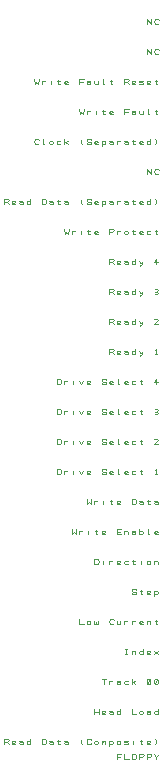
<source format=gbr>
G04 DesignSpark PCB Gerber Version 10.0 Build 5299*
%FSLAX35Y35*%
%MOIN*%
%ADD72C,0.00100*%
X0Y0D02*
D02*
D72*
X55250Y5719D02*
Y7594D01*
X56813D01*
X56500Y6656D02*
X55250D01*
X57750Y7594D02*
Y5719D01*
X59313D01*
X60250Y6344D02*
Y6969D01*
X60406Y7281D01*
X60563Y7437D01*
X60875Y7594D01*
X61187D01*
X61500Y7437D01*
X61656Y7281D01*
X61813Y6969D01*
Y6344D01*
X61656Y6031D01*
X61500Y5875D01*
X61187Y5719D01*
X60875D01*
X60563Y5875D01*
X60406Y6031D01*
X60250Y6344D01*
X62750Y5719D02*
Y7594D01*
X63844D01*
X64156Y7437D01*
X64313Y7125D01*
X64156Y6813D01*
X63844Y6656D01*
X62750D01*
X65250Y5719D02*
Y7594D01*
X66344D01*
X66656Y7437D01*
X66813Y7125D01*
X66656Y6813D01*
X66344Y6656D01*
X65250D01*
X68531Y5719D02*
Y6656D01*
X67750Y7594D01*
X68531Y6656D02*
X69313Y7594D01*
X17750Y10719D02*
Y12594D01*
X18844D01*
X19156Y12437D01*
X19313Y12125D01*
X19156Y11813D01*
X18844Y11656D01*
X17750D01*
X18844D02*
X19313Y10719D01*
X21500Y10875D02*
X21344Y10719D01*
X21031D01*
X20719D01*
X20406Y10875D01*
X20250Y11187D01*
Y11656D01*
X20406Y11813D01*
X20719Y11969D01*
X21031D01*
X21344Y11813D01*
X21500Y11656D01*
Y11500D01*
X21344Y11344D01*
X21031Y11187D01*
X20719D01*
X20406Y11344D01*
X20250Y11500D01*
X22750Y11813D02*
X23063Y11969D01*
X23531D01*
X23844Y11813D01*
X24000Y11500D01*
Y11031D01*
X23844Y10875D01*
X23531Y10719D01*
X23219D01*
X22906Y10875D01*
X22750Y11031D01*
Y11187D01*
X22906Y11344D01*
X23219Y11500D01*
X23531D01*
X23844Y11344D01*
X24000Y11187D01*
Y11031D02*
Y10719D01*
X26500Y11500D02*
X26344Y11813D01*
X26031Y11969D01*
X25719D01*
X25406Y11813D01*
X25250Y11500D01*
Y11187D01*
X25406Y10875D01*
X25719Y10719D01*
X26031D01*
X26344Y10875D01*
X26500Y11187D01*
Y10719D02*
Y12594D01*
X30250Y10719D02*
Y12594D01*
X31187D01*
X31500Y12437D01*
X31656Y12281D01*
X31813Y11969D01*
Y11344D01*
X31656Y11031D01*
X31500Y10875D01*
X31187Y10719D01*
X30250D01*
X32750Y11813D02*
X33063Y11969D01*
X33531D01*
X33844Y11813D01*
X34000Y11500D01*
Y11031D01*
X33844Y10875D01*
X33531Y10719D01*
X33219D01*
X32906Y10875D01*
X32750Y11031D01*
Y11187D01*
X32906Y11344D01*
X33219Y11500D01*
X33531D01*
X33844Y11344D01*
X34000Y11187D01*
Y11031D02*
Y10719D01*
X35510Y11969D02*
X36240D01*
X35875Y12281D02*
Y10875D01*
X36031Y10719D01*
X36187D01*
X36344Y10875D01*
X37750Y11813D02*
X38063Y11969D01*
X38531D01*
X38844Y11813D01*
X39000Y11500D01*
Y11031D01*
X38844Y10875D01*
X38531Y10719D01*
X38219D01*
X37906Y10875D01*
X37750Y11031D01*
Y11187D01*
X37906Y11344D01*
X38219Y11500D01*
X38531D01*
X38844Y11344D01*
X39000Y11187D01*
Y11031D02*
Y10719D01*
X43844D02*
X43531Y11187D01*
Y12281D01*
X43844Y12594D01*
X46813Y11031D02*
X46656Y10875D01*
X46344Y10719D01*
X45875D01*
X45563Y10875D01*
X45406Y11031D01*
X45250Y11344D01*
Y11969D01*
X45406Y12281D01*
X45563Y12437D01*
X45875Y12594D01*
X46344D01*
X46656Y12437D01*
X46813Y12281D01*
X47750Y11187D02*
X47906Y10875D01*
X48219Y10719D01*
X48531D01*
X48844Y10875D01*
X49000Y11187D01*
Y11500D01*
X48844Y11813D01*
X48531Y11969D01*
X48219D01*
X47906Y11813D01*
X47750Y11500D01*
Y11187D01*
X50250Y10719D02*
Y11969D01*
Y11813D02*
X50406Y11969D01*
X50719D01*
X50875Y11813D01*
Y11344D01*
Y11813D02*
X51031Y11969D01*
X51344D01*
X51500Y11813D01*
Y10719D01*
X52750Y11969D02*
Y10250D01*
Y11187D02*
X52906Y10875D01*
X53219Y10719D01*
X53531D01*
X53844Y10875D01*
X54000Y11187D01*
Y11500D01*
X53844Y11813D01*
X53531Y11969D01*
X53219D01*
X52906Y11813D01*
X52750Y11500D01*
Y11187D01*
X55250D02*
X55406Y10875D01*
X55719Y10719D01*
X56031D01*
X56344Y10875D01*
X56500Y11187D01*
Y11500D01*
X56344Y11813D01*
X56031Y11969D01*
X55719D01*
X55406Y11813D01*
X55250Y11500D01*
Y11187D01*
X57750Y10875D02*
X58063Y10719D01*
X58687D01*
X59000Y10875D01*
Y11187D01*
X58687Y11344D01*
X58063D01*
X57750Y11500D01*
Y11813D01*
X58063Y11969D01*
X58687D01*
X59000Y11813D01*
X60875Y10719D02*
Y11969D01*
Y12437D02*
X63010Y11969D02*
X63740D01*
X63375Y12281D02*
Y10875D01*
X63531Y10719D01*
X63687D01*
X63844Y10875D01*
X66500D02*
X66344Y10719D01*
X66031D01*
X65719D01*
X65406Y10875D01*
X65250Y11187D01*
Y11656D01*
X65406Y11813D01*
X65719Y11969D01*
X66031D01*
X66344Y11813D01*
X66500Y11656D01*
Y11500D01*
X66344Y11344D01*
X66031Y11187D01*
X65719D01*
X65406Y11344D01*
X65250Y11500D01*
X68219Y10719D02*
X68531Y11187D01*
Y12281D01*
X68219Y12594D01*
X47750Y20719D02*
Y22594D01*
Y21656D02*
X49313D01*
Y20719D02*
Y22594D01*
X51500Y20875D02*
X51344Y20719D01*
X51031D01*
X50719D01*
X50406Y20875D01*
X50250Y21187D01*
Y21656D01*
X50406Y21813D01*
X50719Y21969D01*
X51031D01*
X51344Y21813D01*
X51500Y21656D01*
Y21500D01*
X51344Y21344D01*
X51031Y21187D01*
X50719D01*
X50406Y21344D01*
X50250Y21500D01*
X52750Y21813D02*
X53063Y21969D01*
X53531D01*
X53844Y21813D01*
X54000Y21500D01*
Y21031D01*
X53844Y20875D01*
X53531Y20719D01*
X53219D01*
X52906Y20875D01*
X52750Y21031D01*
Y21187D01*
X52906Y21344D01*
X53219Y21500D01*
X53531D01*
X53844Y21344D01*
X54000Y21187D01*
Y21031D02*
Y20719D01*
X56500Y21500D02*
X56344Y21813D01*
X56031Y21969D01*
X55719D01*
X55406Y21813D01*
X55250Y21500D01*
Y21187D01*
X55406Y20875D01*
X55719Y20719D01*
X56031D01*
X56344Y20875D01*
X56500Y21187D01*
Y20719D02*
Y22594D01*
X60250D02*
Y20719D01*
X61813D01*
X62750Y21187D02*
X62906Y20875D01*
X63219Y20719D01*
X63531D01*
X63844Y20875D01*
X64000Y21187D01*
Y21500D01*
X63844Y21813D01*
X63531Y21969D01*
X63219D01*
X62906Y21813D01*
X62750Y21500D01*
Y21187D01*
X65250Y21813D02*
X65563Y21969D01*
X66031D01*
X66344Y21813D01*
X66500Y21500D01*
Y21031D01*
X66344Y20875D01*
X66031Y20719D01*
X65719D01*
X65406Y20875D01*
X65250Y21031D01*
Y21187D01*
X65406Y21344D01*
X65719Y21500D01*
X66031D01*
X66344Y21344D01*
X66500Y21187D01*
Y21031D02*
Y20719D01*
X69000Y21500D02*
X68844Y21813D01*
X68531Y21969D01*
X68219D01*
X67906Y21813D01*
X67750Y21500D01*
Y21187D01*
X67906Y20875D01*
X68219Y20719D01*
X68531D01*
X68844Y20875D01*
X69000Y21187D01*
Y20719D02*
Y22594D01*
X51031Y30719D02*
Y32594D01*
X50250D02*
X51813D01*
X52750Y30719D02*
Y31969D01*
Y31500D02*
X52906Y31813D01*
X53219Y31969D01*
X53531D01*
X53844Y31813D01*
X55250D02*
X55563Y31969D01*
X56031D01*
X56344Y31813D01*
X56500Y31500D01*
Y31031D01*
X56344Y30875D01*
X56031Y30719D01*
X55719D01*
X55406Y30875D01*
X55250Y31031D01*
Y31187D01*
X55406Y31344D01*
X55719Y31500D01*
X56031D01*
X56344Y31344D01*
X56500Y31187D01*
Y31031D02*
Y30719D01*
X59000Y31813D02*
X58687Y31969D01*
X58219D01*
X57906Y31813D01*
X57750Y31500D01*
Y31187D01*
X57906Y30875D01*
X58219Y30719D01*
X58687D01*
X59000Y30875D01*
X60250Y30719D02*
Y32594D01*
Y31344D02*
X60719D01*
X61500Y31969D01*
X60719Y31344D02*
X61500Y30719D01*
X65406Y30875D02*
X65719Y30719D01*
X66031D01*
X66344Y30875D01*
X66500Y31187D01*
Y32125D01*
X66344Y32437D01*
X66031Y32594D01*
X65719D01*
X65406Y32437D01*
X65250Y32125D01*
Y31187D01*
X65406Y30875D01*
X66344Y32437D01*
X67906Y30875D02*
X68219Y30719D01*
X68531D01*
X68844Y30875D01*
X69000Y31187D01*
Y32125D01*
X68844Y32437D01*
X68531Y32594D01*
X68219D01*
X67906Y32437D01*
X67750Y32125D01*
Y31187D01*
X67906Y30875D01*
X68844Y32437D01*
X58219Y40719D02*
X58844D01*
X58531D02*
Y42594D01*
X58219D02*
X58844D01*
X60250Y40719D02*
Y41969D01*
Y41500D02*
X60406Y41813D01*
X60719Y41969D01*
X61031D01*
X61344Y41813D01*
X61500Y41500D01*
Y40719D01*
X64000Y41500D02*
X63844Y41813D01*
X63531Y41969D01*
X63219D01*
X62906Y41813D01*
X62750Y41500D01*
Y41187D01*
X62906Y40875D01*
X63219Y40719D01*
X63531D01*
X63844Y40875D01*
X64000Y41187D01*
Y40719D02*
Y42594D01*
X66500Y40875D02*
X66344Y40719D01*
X66031D01*
X65719D01*
X65406Y40875D01*
X65250Y41187D01*
Y41656D01*
X65406Y41813D01*
X65719Y41969D01*
X66031D01*
X66344Y41813D01*
X66500Y41656D01*
Y41500D01*
X66344Y41344D01*
X66031Y41187D01*
X65719D01*
X65406Y41344D01*
X65250Y41500D01*
X67750Y40719D02*
X69000Y41969D01*
Y40719D02*
X67750Y41969D01*
X42750Y52594D02*
Y50719D01*
X44313D01*
X45250Y51187D02*
X45406Y50875D01*
X45719Y50719D01*
X46031D01*
X46344Y50875D01*
X46500Y51187D01*
Y51500D01*
X46344Y51813D01*
X46031Y51969D01*
X45719D01*
X45406Y51813D01*
X45250Y51500D01*
Y51187D01*
X47750Y51969D02*
Y50875D01*
X47906Y50719D01*
X48219D01*
X48375Y50875D01*
Y51344D01*
Y50875D02*
X48531Y50719D01*
X48844D01*
X49000Y50875D01*
Y51969D01*
X54313Y51031D02*
X54156Y50875D01*
X53844Y50719D01*
X53375D01*
X53063Y50875D01*
X52906Y51031D01*
X52750Y51344D01*
Y51969D01*
X52906Y52281D01*
X53063Y52437D01*
X53375Y52594D01*
X53844D01*
X54156Y52437D01*
X54313Y52281D01*
X55250Y51969D02*
Y51187D01*
X55406Y50875D01*
X55719Y50719D01*
X56031D01*
X56344Y50875D01*
X56500Y51187D01*
Y51969D02*
Y50719D01*
X57750D02*
Y51969D01*
Y51500D02*
X57906Y51813D01*
X58219Y51969D01*
X58531D01*
X58844Y51813D01*
X60250Y50719D02*
Y51969D01*
Y51500D02*
X60406Y51813D01*
X60719Y51969D01*
X61031D01*
X61344Y51813D01*
X64000Y50875D02*
X63844Y50719D01*
X63531D01*
X63219D01*
X62906Y50875D01*
X62750Y51187D01*
Y51656D01*
X62906Y51813D01*
X63219Y51969D01*
X63531D01*
X63844Y51813D01*
X64000Y51656D01*
Y51500D01*
X63844Y51344D01*
X63531Y51187D01*
X63219D01*
X62906Y51344D01*
X62750Y51500D01*
X65250Y50719D02*
Y51969D01*
Y51500D02*
X65406Y51813D01*
X65719Y51969D01*
X66031D01*
X66344Y51813D01*
X66500Y51500D01*
Y50719D01*
X68010Y51969D02*
X68740D01*
X68375Y52281D02*
Y50875D01*
X68531Y50719D01*
X68687D01*
X68844Y50875D01*
X60250Y61187D02*
X60406Y60875D01*
X60719Y60719D01*
X61344D01*
X61656Y60875D01*
X61813Y61187D01*
X61656Y61500D01*
X61344Y61656D01*
X60719D01*
X60406Y61813D01*
X60250Y62125D01*
X60406Y62437D01*
X60719Y62594D01*
X61344D01*
X61656Y62437D01*
X61813Y62125D01*
X63010Y61969D02*
X63740D01*
X63375Y62281D02*
Y60875D01*
X63531Y60719D01*
X63687D01*
X63844Y60875D01*
X66500D02*
X66344Y60719D01*
X66031D01*
X65719D01*
X65406Y60875D01*
X65250Y61187D01*
Y61656D01*
X65406Y61813D01*
X65719Y61969D01*
X66031D01*
X66344Y61813D01*
X66500Y61656D01*
Y61500D01*
X66344Y61344D01*
X66031Y61187D01*
X65719D01*
X65406Y61344D01*
X65250Y61500D01*
X67750Y61969D02*
Y60250D01*
Y61187D02*
X67906Y60875D01*
X68219Y60719D01*
X68531D01*
X68844Y60875D01*
X69000Y61187D01*
Y61500D01*
X68844Y61813D01*
X68531Y61969D01*
X68219D01*
X67906Y61813D01*
X67750Y61500D01*
Y61187D01*
X47750Y70719D02*
Y72594D01*
X48687D01*
X49000Y72437D01*
X49156Y72281D01*
X49313Y71969D01*
Y71344D01*
X49156Y71031D01*
X49000Y70875D01*
X48687Y70719D01*
X47750D01*
X50875D02*
Y71969D01*
Y72437D02*
X52750Y70719D02*
Y71969D01*
Y71500D02*
X52906Y71813D01*
X53219Y71969D01*
X53531D01*
X53844Y71813D01*
X56500Y70875D02*
X56344Y70719D01*
X56031D01*
X55719D01*
X55406Y70875D01*
X55250Y71187D01*
Y71656D01*
X55406Y71813D01*
X55719Y71969D01*
X56031D01*
X56344Y71813D01*
X56500Y71656D01*
Y71500D01*
X56344Y71344D01*
X56031Y71187D01*
X55719D01*
X55406Y71344D01*
X55250Y71500D01*
X59000Y71813D02*
X58687Y71969D01*
X58219D01*
X57906Y71813D01*
X57750Y71500D01*
Y71187D01*
X57906Y70875D01*
X58219Y70719D01*
X58687D01*
X59000Y70875D01*
X60510Y71969D02*
X61240D01*
X60875Y72281D02*
Y70875D01*
X61031Y70719D01*
X61187D01*
X61344Y70875D01*
X63375Y70719D02*
Y71969D01*
Y72437D02*
X65250Y71187D02*
X65406Y70875D01*
X65719Y70719D01*
X66031D01*
X66344Y70875D01*
X66500Y71187D01*
Y71500D01*
X66344Y71813D01*
X66031Y71969D01*
X65719D01*
X65406Y71813D01*
X65250Y71500D01*
Y71187D01*
X67750Y70719D02*
Y71969D01*
Y71500D02*
X67906Y71813D01*
X68219Y71969D01*
X68531D01*
X68844Y71813D01*
X69000Y71500D01*
Y70719D01*
X40250Y82594D02*
X40406Y80719D01*
X41031Y81656D01*
X41656Y80719D01*
X41813Y82594D01*
X42750Y80719D02*
Y81969D01*
Y81500D02*
X42906Y81813D01*
X43219Y81969D01*
X43531D01*
X43844Y81813D01*
X45875Y80719D02*
Y81969D01*
Y82437D02*
X48010Y81969D02*
X48740D01*
X48375Y82281D02*
Y80875D01*
X48531Y80719D01*
X48687D01*
X48844Y80875D01*
X51500D02*
X51344Y80719D01*
X51031D01*
X50719D01*
X50406Y80875D01*
X50250Y81187D01*
Y81656D01*
X50406Y81813D01*
X50719Y81969D01*
X51031D01*
X51344Y81813D01*
X51500Y81656D01*
Y81500D01*
X51344Y81344D01*
X51031Y81187D01*
X50719D01*
X50406Y81344D01*
X50250Y81500D01*
X55250Y80719D02*
Y82594D01*
X56813D01*
X56500Y81656D02*
X55250D01*
Y80719D02*
X56813D01*
X57750D02*
Y81969D01*
Y81500D02*
X57906Y81813D01*
X58219Y81969D01*
X58531D01*
X58844Y81813D01*
X59000Y81500D01*
Y80719D01*
X60250Y81813D02*
X60563Y81969D01*
X61031D01*
X61344Y81813D01*
X61500Y81500D01*
Y81031D01*
X61344Y80875D01*
X61031Y80719D01*
X60719D01*
X60406Y80875D01*
X60250Y81031D01*
Y81187D01*
X60406Y81344D01*
X60719Y81500D01*
X61031D01*
X61344Y81344D01*
X61500Y81187D01*
Y81031D02*
Y80719D01*
X62750Y81187D02*
X62906Y80875D01*
X63219Y80719D01*
X63531D01*
X63844Y80875D01*
X64000Y81187D01*
Y81500D01*
X63844Y81813D01*
X63531Y81969D01*
X63219D01*
X62906Y81813D01*
X62750Y81500D01*
Y80719D02*
Y82594D01*
X66031Y80719D02*
X65875D01*
Y82594D01*
X69000Y80875D02*
X68844Y80719D01*
X68531D01*
X68219D01*
X67906Y80875D01*
X67750Y81187D01*
Y81656D01*
X67906Y81813D01*
X68219Y81969D01*
X68531D01*
X68844Y81813D01*
X69000Y81656D01*
Y81500D01*
X68844Y81344D01*
X68531Y81187D01*
X68219D01*
X67906Y81344D01*
X67750Y81500D01*
X45250Y92594D02*
X45406Y90719D01*
X46031Y91656D01*
X46656Y90719D01*
X46813Y92594D01*
X47750Y90719D02*
Y91969D01*
Y91500D02*
X47906Y91813D01*
X48219Y91969D01*
X48531D01*
X48844Y91813D01*
X50875Y90719D02*
Y91969D01*
Y92437D02*
X53010Y91969D02*
X53740D01*
X53375Y92281D02*
Y90875D01*
X53531Y90719D01*
X53687D01*
X53844Y90875D01*
X56500D02*
X56344Y90719D01*
X56031D01*
X55719D01*
X55406Y90875D01*
X55250Y91187D01*
Y91656D01*
X55406Y91813D01*
X55719Y91969D01*
X56031D01*
X56344Y91813D01*
X56500Y91656D01*
Y91500D01*
X56344Y91344D01*
X56031Y91187D01*
X55719D01*
X55406Y91344D01*
X55250Y91500D01*
X60250Y90719D02*
Y92594D01*
X61187D01*
X61500Y92437D01*
X61656Y92281D01*
X61813Y91969D01*
Y91344D01*
X61656Y91031D01*
X61500Y90875D01*
X61187Y90719D01*
X60250D01*
X62750Y91813D02*
X63063Y91969D01*
X63531D01*
X63844Y91813D01*
X64000Y91500D01*
Y91031D01*
X63844Y90875D01*
X63531Y90719D01*
X63219D01*
X62906Y90875D01*
X62750Y91031D01*
Y91187D01*
X62906Y91344D01*
X63219Y91500D01*
X63531D01*
X63844Y91344D01*
X64000Y91187D01*
Y91031D02*
Y90719D01*
X65510Y91969D02*
X66240D01*
X65875Y92281D02*
Y90875D01*
X66031Y90719D01*
X66187D01*
X66344Y90875D01*
X67750Y91813D02*
X68063Y91969D01*
X68531D01*
X68844Y91813D01*
X69000Y91500D01*
Y91031D01*
X68844Y90875D01*
X68531Y90719D01*
X68219D01*
X67906Y90875D01*
X67750Y91031D01*
Y91187D01*
X67906Y91344D01*
X68219Y91500D01*
X68531D01*
X68844Y91344D01*
X69000Y91187D01*
Y91031D02*
Y90719D01*
X35250Y100719D02*
Y102594D01*
X36187D01*
X36500Y102437D01*
X36656Y102281D01*
X36813Y101969D01*
Y101344D01*
X36656Y101031D01*
X36500Y100875D01*
X36187Y100719D01*
X35250D01*
X37750D02*
Y101969D01*
Y101500D02*
X37906Y101813D01*
X38219Y101969D01*
X38531D01*
X38844Y101813D01*
X40875Y100719D02*
Y101969D01*
Y102437D02*
X42750Y101969D02*
X43375Y100719D01*
X44000Y101969D01*
X46500Y100875D02*
X46344Y100719D01*
X46031D01*
X45719D01*
X45406Y100875D01*
X45250Y101187D01*
Y101656D01*
X45406Y101813D01*
X45719Y101969D01*
X46031D01*
X46344Y101813D01*
X46500Y101656D01*
Y101500D01*
X46344Y101344D01*
X46031Y101187D01*
X45719D01*
X45406Y101344D01*
X45250Y101500D01*
X50250Y101187D02*
X50406Y100875D01*
X50719Y100719D01*
X51344D01*
X51656Y100875D01*
X51813Y101187D01*
X51656Y101500D01*
X51344Y101656D01*
X50719D01*
X50406Y101813D01*
X50250Y102125D01*
X50406Y102437D01*
X50719Y102594D01*
X51344D01*
X51656Y102437D01*
X51813Y102125D01*
X54000Y100875D02*
X53844Y100719D01*
X53531D01*
X53219D01*
X52906Y100875D01*
X52750Y101187D01*
Y101656D01*
X52906Y101813D01*
X53219Y101969D01*
X53531D01*
X53844Y101813D01*
X54000Y101656D01*
Y101500D01*
X53844Y101344D01*
X53531Y101187D01*
X53219D01*
X52906Y101344D01*
X52750Y101500D01*
X56031Y100719D02*
X55875D01*
Y102594D01*
X59000Y100875D02*
X58844Y100719D01*
X58531D01*
X58219D01*
X57906Y100875D01*
X57750Y101187D01*
Y101656D01*
X57906Y101813D01*
X58219Y101969D01*
X58531D01*
X58844Y101813D01*
X59000Y101656D01*
Y101500D01*
X58844Y101344D01*
X58531Y101187D01*
X58219D01*
X57906Y101344D01*
X57750Y101500D01*
X61500Y101813D02*
X61187Y101969D01*
X60719D01*
X60406Y101813D01*
X60250Y101500D01*
Y101187D01*
X60406Y100875D01*
X60719Y100719D01*
X61187D01*
X61500Y100875D01*
X63010Y101969D02*
X63740D01*
X63375Y102281D02*
Y100875D01*
X63531Y100719D01*
X63687D01*
X63844Y100875D01*
X68063Y100719D02*
X68687D01*
X68375D02*
Y102594D01*
X68063Y102281D01*
X35250Y110719D02*
Y112594D01*
X36187D01*
X36500Y112437D01*
X36656Y112281D01*
X36813Y111969D01*
Y111344D01*
X36656Y111031D01*
X36500Y110875D01*
X36187Y110719D01*
X35250D01*
X37750D02*
Y111969D01*
Y111500D02*
X37906Y111813D01*
X38219Y111969D01*
X38531D01*
X38844Y111813D01*
X40875Y110719D02*
Y111969D01*
Y112437D02*
X42750Y111969D02*
X43375Y110719D01*
X44000Y111969D01*
X46500Y110875D02*
X46344Y110719D01*
X46031D01*
X45719D01*
X45406Y110875D01*
X45250Y111187D01*
Y111656D01*
X45406Y111813D01*
X45719Y111969D01*
X46031D01*
X46344Y111813D01*
X46500Y111656D01*
Y111500D01*
X46344Y111344D01*
X46031Y111187D01*
X45719D01*
X45406Y111344D01*
X45250Y111500D01*
X50250Y111187D02*
X50406Y110875D01*
X50719Y110719D01*
X51344D01*
X51656Y110875D01*
X51813Y111187D01*
X51656Y111500D01*
X51344Y111656D01*
X50719D01*
X50406Y111813D01*
X50250Y112125D01*
X50406Y112437D01*
X50719Y112594D01*
X51344D01*
X51656Y112437D01*
X51813Y112125D01*
X54000Y110875D02*
X53844Y110719D01*
X53531D01*
X53219D01*
X52906Y110875D01*
X52750Y111187D01*
Y111656D01*
X52906Y111813D01*
X53219Y111969D01*
X53531D01*
X53844Y111813D01*
X54000Y111656D01*
Y111500D01*
X53844Y111344D01*
X53531Y111187D01*
X53219D01*
X52906Y111344D01*
X52750Y111500D01*
X56031Y110719D02*
X55875D01*
Y112594D01*
X59000Y110875D02*
X58844Y110719D01*
X58531D01*
X58219D01*
X57906Y110875D01*
X57750Y111187D01*
Y111656D01*
X57906Y111813D01*
X58219Y111969D01*
X58531D01*
X58844Y111813D01*
X59000Y111656D01*
Y111500D01*
X58844Y111344D01*
X58531Y111187D01*
X58219D01*
X57906Y111344D01*
X57750Y111500D01*
X61500Y111813D02*
X61187Y111969D01*
X60719D01*
X60406Y111813D01*
X60250Y111500D01*
Y111187D01*
X60406Y110875D01*
X60719Y110719D01*
X61187D01*
X61500Y110875D01*
X63010Y111969D02*
X63740D01*
X63375Y112281D02*
Y110875D01*
X63531Y110719D01*
X63687D01*
X63844Y110875D01*
X69000Y110719D02*
X67750D01*
X68844Y111813D01*
X69000Y112125D01*
X68844Y112437D01*
X68531Y112594D01*
X68063D01*
X67750Y112437D01*
X35250Y120719D02*
Y122594D01*
X36187D01*
X36500Y122437D01*
X36656Y122281D01*
X36813Y121969D01*
Y121344D01*
X36656Y121031D01*
X36500Y120875D01*
X36187Y120719D01*
X35250D01*
X37750D02*
Y121969D01*
Y121500D02*
X37906Y121813D01*
X38219Y121969D01*
X38531D01*
X38844Y121813D01*
X40875Y120719D02*
Y121969D01*
Y122437D02*
X42750Y121969D02*
X43375Y120719D01*
X44000Y121969D01*
X46500Y120875D02*
X46344Y120719D01*
X46031D01*
X45719D01*
X45406Y120875D01*
X45250Y121187D01*
Y121656D01*
X45406Y121813D01*
X45719Y121969D01*
X46031D01*
X46344Y121813D01*
X46500Y121656D01*
Y121500D01*
X46344Y121344D01*
X46031Y121187D01*
X45719D01*
X45406Y121344D01*
X45250Y121500D01*
X50250Y121187D02*
X50406Y120875D01*
X50719Y120719D01*
X51344D01*
X51656Y120875D01*
X51813Y121187D01*
X51656Y121500D01*
X51344Y121656D01*
X50719D01*
X50406Y121813D01*
X50250Y122125D01*
X50406Y122437D01*
X50719Y122594D01*
X51344D01*
X51656Y122437D01*
X51813Y122125D01*
X54000Y120875D02*
X53844Y120719D01*
X53531D01*
X53219D01*
X52906Y120875D01*
X52750Y121187D01*
Y121656D01*
X52906Y121813D01*
X53219Y121969D01*
X53531D01*
X53844Y121813D01*
X54000Y121656D01*
Y121500D01*
X53844Y121344D01*
X53531Y121187D01*
X53219D01*
X52906Y121344D01*
X52750Y121500D01*
X56031Y120719D02*
X55875D01*
Y122594D01*
X59000Y120875D02*
X58844Y120719D01*
X58531D01*
X58219D01*
X57906Y120875D01*
X57750Y121187D01*
Y121656D01*
X57906Y121813D01*
X58219Y121969D01*
X58531D01*
X58844Y121813D01*
X59000Y121656D01*
Y121500D01*
X58844Y121344D01*
X58531Y121187D01*
X58219D01*
X57906Y121344D01*
X57750Y121500D01*
X61500Y121813D02*
X61187Y121969D01*
X60719D01*
X60406Y121813D01*
X60250Y121500D01*
Y121187D01*
X60406Y120875D01*
X60719Y120719D01*
X61187D01*
X61500Y120875D01*
X63010Y121969D02*
X63740D01*
X63375Y122281D02*
Y120875D01*
X63531Y120719D01*
X63687D01*
X63844Y120875D01*
X67906D02*
X68219Y120719D01*
X68531D01*
X68844Y120875D01*
X69000Y121187D01*
X68844Y121500D01*
X68531Y121656D01*
X68219D01*
X68531D02*
X68844Y121813D01*
X69000Y122125D01*
X68844Y122437D01*
X68531Y122594D01*
X68219D01*
X67906Y122437D01*
X35250Y130719D02*
Y132594D01*
X36187D01*
X36500Y132437D01*
X36656Y132281D01*
X36813Y131969D01*
Y131344D01*
X36656Y131031D01*
X36500Y130875D01*
X36187Y130719D01*
X35250D01*
X37750D02*
Y131969D01*
Y131500D02*
X37906Y131813D01*
X38219Y131969D01*
X38531D01*
X38844Y131813D01*
X40875Y130719D02*
Y131969D01*
Y132437D02*
X42750Y131969D02*
X43375Y130719D01*
X44000Y131969D01*
X46500Y130875D02*
X46344Y130719D01*
X46031D01*
X45719D01*
X45406Y130875D01*
X45250Y131187D01*
Y131656D01*
X45406Y131813D01*
X45719Y131969D01*
X46031D01*
X46344Y131813D01*
X46500Y131656D01*
Y131500D01*
X46344Y131344D01*
X46031Y131187D01*
X45719D01*
X45406Y131344D01*
X45250Y131500D01*
X50250Y131187D02*
X50406Y130875D01*
X50719Y130719D01*
X51344D01*
X51656Y130875D01*
X51813Y131187D01*
X51656Y131500D01*
X51344Y131656D01*
X50719D01*
X50406Y131813D01*
X50250Y132125D01*
X50406Y132437D01*
X50719Y132594D01*
X51344D01*
X51656Y132437D01*
X51813Y132125D01*
X54000Y130875D02*
X53844Y130719D01*
X53531D01*
X53219D01*
X52906Y130875D01*
X52750Y131187D01*
Y131656D01*
X52906Y131813D01*
X53219Y131969D01*
X53531D01*
X53844Y131813D01*
X54000Y131656D01*
Y131500D01*
X53844Y131344D01*
X53531Y131187D01*
X53219D01*
X52906Y131344D01*
X52750Y131500D01*
X56031Y130719D02*
X55875D01*
Y132594D01*
X59000Y130875D02*
X58844Y130719D01*
X58531D01*
X58219D01*
X57906Y130875D01*
X57750Y131187D01*
Y131656D01*
X57906Y131813D01*
X58219Y131969D01*
X58531D01*
X58844Y131813D01*
X59000Y131656D01*
Y131500D01*
X58844Y131344D01*
X58531Y131187D01*
X58219D01*
X57906Y131344D01*
X57750Y131500D01*
X61500Y131813D02*
X61187Y131969D01*
X60719D01*
X60406Y131813D01*
X60250Y131500D01*
Y131187D01*
X60406Y130875D01*
X60719Y130719D01*
X61187D01*
X61500Y130875D01*
X63010Y131969D02*
X63740D01*
X63375Y132281D02*
Y130875D01*
X63531Y130719D01*
X63687D01*
X63844Y130875D01*
X68531Y130719D02*
Y132594D01*
X67750Y131344D01*
X69000D01*
X52750Y140719D02*
Y142594D01*
X53844D01*
X54156Y142437D01*
X54313Y142125D01*
X54156Y141813D01*
X53844Y141656D01*
X52750D01*
X53844D02*
X54313Y140719D01*
X56500Y140875D02*
X56344Y140719D01*
X56031D01*
X55719D01*
X55406Y140875D01*
X55250Y141187D01*
Y141656D01*
X55406Y141813D01*
X55719Y141969D01*
X56031D01*
X56344Y141813D01*
X56500Y141656D01*
Y141500D01*
X56344Y141344D01*
X56031Y141187D01*
X55719D01*
X55406Y141344D01*
X55250Y141500D01*
X57750Y141813D02*
X58063Y141969D01*
X58531D01*
X58844Y141813D01*
X59000Y141500D01*
Y141031D01*
X58844Y140875D01*
X58531Y140719D01*
X58219D01*
X57906Y140875D01*
X57750Y141031D01*
Y141187D01*
X57906Y141344D01*
X58219Y141500D01*
X58531D01*
X58844Y141344D01*
X59000Y141187D01*
Y141031D02*
Y140719D01*
X61500Y141500D02*
X61344Y141813D01*
X61031Y141969D01*
X60719D01*
X60406Y141813D01*
X60250Y141500D01*
Y141187D01*
X60406Y140875D01*
X60719Y140719D01*
X61031D01*
X61344Y140875D01*
X61500Y141187D01*
Y140719D02*
Y142594D01*
X62750Y141969D02*
X62906Y141344D01*
X63219Y141031D01*
X63531D01*
X63844Y141344D01*
X64000Y141969D01*
X63844Y141344D02*
X63687Y140719D01*
X63531Y140406D01*
X63219Y140250D01*
X62906Y140406D01*
X68063Y140719D02*
X68687D01*
X68375D02*
Y142594D01*
X68063Y142281D01*
X52750Y150719D02*
Y152594D01*
X53844D01*
X54156Y152437D01*
X54313Y152125D01*
X54156Y151813D01*
X53844Y151656D01*
X52750D01*
X53844D02*
X54313Y150719D01*
X56500Y150875D02*
X56344Y150719D01*
X56031D01*
X55719D01*
X55406Y150875D01*
X55250Y151187D01*
Y151656D01*
X55406Y151813D01*
X55719Y151969D01*
X56031D01*
X56344Y151813D01*
X56500Y151656D01*
Y151500D01*
X56344Y151344D01*
X56031Y151187D01*
X55719D01*
X55406Y151344D01*
X55250Y151500D01*
X57750Y151813D02*
X58063Y151969D01*
X58531D01*
X58844Y151813D01*
X59000Y151500D01*
Y151031D01*
X58844Y150875D01*
X58531Y150719D01*
X58219D01*
X57906Y150875D01*
X57750Y151031D01*
Y151187D01*
X57906Y151344D01*
X58219Y151500D01*
X58531D01*
X58844Y151344D01*
X59000Y151187D01*
Y151031D02*
Y150719D01*
X61500Y151500D02*
X61344Y151813D01*
X61031Y151969D01*
X60719D01*
X60406Y151813D01*
X60250Y151500D01*
Y151187D01*
X60406Y150875D01*
X60719Y150719D01*
X61031D01*
X61344Y150875D01*
X61500Y151187D01*
Y150719D02*
Y152594D01*
X62750Y151969D02*
X62906Y151344D01*
X63219Y151031D01*
X63531D01*
X63844Y151344D01*
X64000Y151969D01*
X63844Y151344D02*
X63687Y150719D01*
X63531Y150406D01*
X63219Y150250D01*
X62906Y150406D01*
X69000Y150719D02*
X67750D01*
X68844Y151813D01*
X69000Y152125D01*
X68844Y152437D01*
X68531Y152594D01*
X68063D01*
X67750Y152437D01*
X52750Y160719D02*
Y162594D01*
X53844D01*
X54156Y162437D01*
X54313Y162125D01*
X54156Y161813D01*
X53844Y161656D01*
X52750D01*
X53844D02*
X54313Y160719D01*
X56500Y160875D02*
X56344Y160719D01*
X56031D01*
X55719D01*
X55406Y160875D01*
X55250Y161187D01*
Y161656D01*
X55406Y161813D01*
X55719Y161969D01*
X56031D01*
X56344Y161813D01*
X56500Y161656D01*
Y161500D01*
X56344Y161344D01*
X56031Y161187D01*
X55719D01*
X55406Y161344D01*
X55250Y161500D01*
X57750Y161813D02*
X58063Y161969D01*
X58531D01*
X58844Y161813D01*
X59000Y161500D01*
Y161031D01*
X58844Y160875D01*
X58531Y160719D01*
X58219D01*
X57906Y160875D01*
X57750Y161031D01*
Y161187D01*
X57906Y161344D01*
X58219Y161500D01*
X58531D01*
X58844Y161344D01*
X59000Y161187D01*
Y161031D02*
Y160719D01*
X61500Y161500D02*
X61344Y161813D01*
X61031Y161969D01*
X60719D01*
X60406Y161813D01*
X60250Y161500D01*
Y161187D01*
X60406Y160875D01*
X60719Y160719D01*
X61031D01*
X61344Y160875D01*
X61500Y161187D01*
Y160719D02*
Y162594D01*
X62750Y161969D02*
X62906Y161344D01*
X63219Y161031D01*
X63531D01*
X63844Y161344D01*
X64000Y161969D01*
X63844Y161344D02*
X63687Y160719D01*
X63531Y160406D01*
X63219Y160250D01*
X62906Y160406D01*
X67906Y160875D02*
X68219Y160719D01*
X68531D01*
X68844Y160875D01*
X69000Y161187D01*
X68844Y161500D01*
X68531Y161656D01*
X68219D01*
X68531D02*
X68844Y161813D01*
X69000Y162125D01*
X68844Y162437D01*
X68531Y162594D01*
X68219D01*
X67906Y162437D01*
X52750Y170719D02*
Y172594D01*
X53844D01*
X54156Y172437D01*
X54313Y172125D01*
X54156Y171813D01*
X53844Y171656D01*
X52750D01*
X53844D02*
X54313Y170719D01*
X56500Y170875D02*
X56344Y170719D01*
X56031D01*
X55719D01*
X55406Y170875D01*
X55250Y171187D01*
Y171656D01*
X55406Y171813D01*
X55719Y171969D01*
X56031D01*
X56344Y171813D01*
X56500Y171656D01*
Y171500D01*
X56344Y171344D01*
X56031Y171187D01*
X55719D01*
X55406Y171344D01*
X55250Y171500D01*
X57750Y171813D02*
X58063Y171969D01*
X58531D01*
X58844Y171813D01*
X59000Y171500D01*
Y171031D01*
X58844Y170875D01*
X58531Y170719D01*
X58219D01*
X57906Y170875D01*
X57750Y171031D01*
Y171187D01*
X57906Y171344D01*
X58219Y171500D01*
X58531D01*
X58844Y171344D01*
X59000Y171187D01*
Y171031D02*
Y170719D01*
X61500Y171500D02*
X61344Y171813D01*
X61031Y171969D01*
X60719D01*
X60406Y171813D01*
X60250Y171500D01*
Y171187D01*
X60406Y170875D01*
X60719Y170719D01*
X61031D01*
X61344Y170875D01*
X61500Y171187D01*
Y170719D02*
Y172594D01*
X62750Y171969D02*
X62906Y171344D01*
X63219Y171031D01*
X63531D01*
X63844Y171344D01*
X64000Y171969D01*
X63844Y171344D02*
X63687Y170719D01*
X63531Y170406D01*
X63219Y170250D01*
X62906Y170406D01*
X68531Y170719D02*
Y172594D01*
X67750Y171344D01*
X69000D01*
X37750Y182594D02*
X37906Y180719D01*
X38531Y181656D01*
X39156Y180719D01*
X39313Y182594D01*
X40250Y180719D02*
Y181969D01*
Y181500D02*
X40406Y181813D01*
X40719Y181969D01*
X41031D01*
X41344Y181813D01*
X43375Y180719D02*
Y181969D01*
Y182437D02*
X45510Y181969D02*
X46240D01*
X45875Y182281D02*
Y180875D01*
X46031Y180719D01*
X46187D01*
X46344Y180875D01*
X49000D02*
X48844Y180719D01*
X48531D01*
X48219D01*
X47906Y180875D01*
X47750Y181187D01*
Y181656D01*
X47906Y181813D01*
X48219Y181969D01*
X48531D01*
X48844Y181813D01*
X49000Y181656D01*
Y181500D01*
X48844Y181344D01*
X48531Y181187D01*
X48219D01*
X47906Y181344D01*
X47750Y181500D01*
X52750Y180719D02*
Y182594D01*
X53844D01*
X54156Y182437D01*
X54313Y182125D01*
X54156Y181813D01*
X53844Y181656D01*
X52750D01*
X55250Y180719D02*
Y181969D01*
Y181500D02*
X55406Y181813D01*
X55719Y181969D01*
X56031D01*
X56344Y181813D01*
X57750Y181187D02*
X57906Y180875D01*
X58219Y180719D01*
X58531D01*
X58844Y180875D01*
X59000Y181187D01*
Y181500D01*
X58844Y181813D01*
X58531Y181969D01*
X58219D01*
X57906Y181813D01*
X57750Y181500D01*
Y181187D01*
X60510Y181969D02*
X61240D01*
X60875Y182281D02*
Y180875D01*
X61031Y180719D01*
X61187D01*
X61344Y180875D01*
X64000D02*
X63844Y180719D01*
X63531D01*
X63219D01*
X62906Y180875D01*
X62750Y181187D01*
Y181656D01*
X62906Y181813D01*
X63219Y181969D01*
X63531D01*
X63844Y181813D01*
X64000Y181656D01*
Y181500D01*
X63844Y181344D01*
X63531Y181187D01*
X63219D01*
X62906Y181344D01*
X62750Y181500D01*
X66500Y181813D02*
X66187Y181969D01*
X65719D01*
X65406Y181813D01*
X65250Y181500D01*
Y181187D01*
X65406Y180875D01*
X65719Y180719D01*
X66187D01*
X66500Y180875D01*
X68010Y181969D02*
X68740D01*
X68375Y182281D02*
Y180875D01*
X68531Y180719D01*
X68687D01*
X68844Y180875D01*
X17750Y190719D02*
Y192594D01*
X18844D01*
X19156Y192437D01*
X19313Y192125D01*
X19156Y191813D01*
X18844Y191656D01*
X17750D01*
X18844D02*
X19313Y190719D01*
X21500Y190875D02*
X21344Y190719D01*
X21031D01*
X20719D01*
X20406Y190875D01*
X20250Y191187D01*
Y191656D01*
X20406Y191813D01*
X20719Y191969D01*
X21031D01*
X21344Y191813D01*
X21500Y191656D01*
Y191500D01*
X21344Y191344D01*
X21031Y191187D01*
X20719D01*
X20406Y191344D01*
X20250Y191500D01*
X22750Y191813D02*
X23063Y191969D01*
X23531D01*
X23844Y191813D01*
X24000Y191500D01*
Y191031D01*
X23844Y190875D01*
X23531Y190719D01*
X23219D01*
X22906Y190875D01*
X22750Y191031D01*
Y191187D01*
X22906Y191344D01*
X23219Y191500D01*
X23531D01*
X23844Y191344D01*
X24000Y191187D01*
Y191031D02*
Y190719D01*
X26500Y191500D02*
X26344Y191813D01*
X26031Y191969D01*
X25719D01*
X25406Y191813D01*
X25250Y191500D01*
Y191187D01*
X25406Y190875D01*
X25719Y190719D01*
X26031D01*
X26344Y190875D01*
X26500Y191187D01*
Y190719D02*
Y192594D01*
X30250Y190719D02*
Y192594D01*
X31187D01*
X31500Y192437D01*
X31656Y192281D01*
X31813Y191969D01*
Y191344D01*
X31656Y191031D01*
X31500Y190875D01*
X31187Y190719D01*
X30250D01*
X32750Y191813D02*
X33063Y191969D01*
X33531D01*
X33844Y191813D01*
X34000Y191500D01*
Y191031D01*
X33844Y190875D01*
X33531Y190719D01*
X33219D01*
X32906Y190875D01*
X32750Y191031D01*
Y191187D01*
X32906Y191344D01*
X33219Y191500D01*
X33531D01*
X33844Y191344D01*
X34000Y191187D01*
Y191031D02*
Y190719D01*
X35510Y191969D02*
X36240D01*
X35875Y192281D02*
Y190875D01*
X36031Y190719D01*
X36187D01*
X36344Y190875D01*
X37750Y191813D02*
X38063Y191969D01*
X38531D01*
X38844Y191813D01*
X39000Y191500D01*
Y191031D01*
X38844Y190875D01*
X38531Y190719D01*
X38219D01*
X37906Y190875D01*
X37750Y191031D01*
Y191187D01*
X37906Y191344D01*
X38219Y191500D01*
X38531D01*
X38844Y191344D01*
X39000Y191187D01*
Y191031D02*
Y190719D01*
X43844D02*
X43531Y191187D01*
Y192281D01*
X43844Y192594D01*
X45250Y191187D02*
X45406Y190875D01*
X45719Y190719D01*
X46344D01*
X46656Y190875D01*
X46813Y191187D01*
X46656Y191500D01*
X46344Y191656D01*
X45719D01*
X45406Y191813D01*
X45250Y192125D01*
X45406Y192437D01*
X45719Y192594D01*
X46344D01*
X46656Y192437D01*
X46813Y192125D01*
X49000Y190875D02*
X48844Y190719D01*
X48531D01*
X48219D01*
X47906Y190875D01*
X47750Y191187D01*
Y191656D01*
X47906Y191813D01*
X48219Y191969D01*
X48531D01*
X48844Y191813D01*
X49000Y191656D01*
Y191500D01*
X48844Y191344D01*
X48531Y191187D01*
X48219D01*
X47906Y191344D01*
X47750Y191500D01*
X50250Y191969D02*
Y190250D01*
Y191187D02*
X50406Y190875D01*
X50719Y190719D01*
X51031D01*
X51344Y190875D01*
X51500Y191187D01*
Y191500D01*
X51344Y191813D01*
X51031Y191969D01*
X50719D01*
X50406Y191813D01*
X50250Y191500D01*
Y191187D01*
X52750Y191813D02*
X53063Y191969D01*
X53531D01*
X53844Y191813D01*
X54000Y191500D01*
Y191031D01*
X53844Y190875D01*
X53531Y190719D01*
X53219D01*
X52906Y190875D01*
X52750Y191031D01*
Y191187D01*
X52906Y191344D01*
X53219Y191500D01*
X53531D01*
X53844Y191344D01*
X54000Y191187D01*
Y191031D02*
Y190719D01*
X55250D02*
Y191969D01*
Y191500D02*
X55406Y191813D01*
X55719Y191969D01*
X56031D01*
X56344Y191813D01*
X57750D02*
X58063Y191969D01*
X58531D01*
X58844Y191813D01*
X59000Y191500D01*
Y191031D01*
X58844Y190875D01*
X58531Y190719D01*
X58219D01*
X57906Y190875D01*
X57750Y191031D01*
Y191187D01*
X57906Y191344D01*
X58219Y191500D01*
X58531D01*
X58844Y191344D01*
X59000Y191187D01*
Y191031D02*
Y190719D01*
X60510Y191969D02*
X61240D01*
X60875Y192281D02*
Y190875D01*
X61031Y190719D01*
X61187D01*
X61344Y190875D01*
X64000D02*
X63844Y190719D01*
X63531D01*
X63219D01*
X62906Y190875D01*
X62750Y191187D01*
Y191656D01*
X62906Y191813D01*
X63219Y191969D01*
X63531D01*
X63844Y191813D01*
X64000Y191656D01*
Y191500D01*
X63844Y191344D01*
X63531Y191187D01*
X63219D01*
X62906Y191344D01*
X62750Y191500D01*
X66500D02*
X66344Y191813D01*
X66031Y191969D01*
X65719D01*
X65406Y191813D01*
X65250Y191500D01*
Y191187D01*
X65406Y190875D01*
X65719Y190719D01*
X66031D01*
X66344Y190875D01*
X66500Y191187D01*
Y190719D02*
Y192594D01*
X68219Y190719D02*
X68531Y191187D01*
Y192281D01*
X68219Y192594D01*
X65250Y200719D02*
Y202594D01*
X66813Y200719D01*
Y202594D01*
X69313Y201031D02*
X69156Y200875D01*
X68844Y200719D01*
X68375D01*
X68063Y200875D01*
X67906Y201031D01*
X67750Y201344D01*
Y201969D01*
X67906Y202281D01*
X68063Y202437D01*
X68375Y202594D01*
X68844D01*
X69156Y202437D01*
X69313Y202281D01*
X29313Y211031D02*
X29156Y210875D01*
X28844Y210719D01*
X28375D01*
X28063Y210875D01*
X27906Y211031D01*
X27750Y211344D01*
Y211969D01*
X27906Y212281D01*
X28063Y212437D01*
X28375Y212594D01*
X28844D01*
X29156Y212437D01*
X29313Y212281D01*
X31031Y210719D02*
X30875D01*
Y212594D01*
X32750Y211187D02*
X32906Y210875D01*
X33219Y210719D01*
X33531D01*
X33844Y210875D01*
X34000Y211187D01*
Y211500D01*
X33844Y211813D01*
X33531Y211969D01*
X33219D01*
X32906Y211813D01*
X32750Y211500D01*
Y211187D01*
X36500Y211813D02*
X36187Y211969D01*
X35719D01*
X35406Y211813D01*
X35250Y211500D01*
Y211187D01*
X35406Y210875D01*
X35719Y210719D01*
X36187D01*
X36500Y210875D01*
X37750Y210719D02*
Y212594D01*
Y211344D02*
X38219D01*
X39000Y211969D01*
X38219Y211344D02*
X39000Y210719D01*
X43844D02*
X43531Y211187D01*
Y212281D01*
X43844Y212594D01*
X45250Y211187D02*
X45406Y210875D01*
X45719Y210719D01*
X46344D01*
X46656Y210875D01*
X46813Y211187D01*
X46656Y211500D01*
X46344Y211656D01*
X45719D01*
X45406Y211813D01*
X45250Y212125D01*
X45406Y212437D01*
X45719Y212594D01*
X46344D01*
X46656Y212437D01*
X46813Y212125D01*
X49000Y210875D02*
X48844Y210719D01*
X48531D01*
X48219D01*
X47906Y210875D01*
X47750Y211187D01*
Y211656D01*
X47906Y211813D01*
X48219Y211969D01*
X48531D01*
X48844Y211813D01*
X49000Y211656D01*
Y211500D01*
X48844Y211344D01*
X48531Y211187D01*
X48219D01*
X47906Y211344D01*
X47750Y211500D01*
X50250Y211969D02*
Y210250D01*
Y211187D02*
X50406Y210875D01*
X50719Y210719D01*
X51031D01*
X51344Y210875D01*
X51500Y211187D01*
Y211500D01*
X51344Y211813D01*
X51031Y211969D01*
X50719D01*
X50406Y211813D01*
X50250Y211500D01*
Y211187D01*
X52750Y211813D02*
X53063Y211969D01*
X53531D01*
X53844Y211813D01*
X54000Y211500D01*
Y211031D01*
X53844Y210875D01*
X53531Y210719D01*
X53219D01*
X52906Y210875D01*
X52750Y211031D01*
Y211187D01*
X52906Y211344D01*
X53219Y211500D01*
X53531D01*
X53844Y211344D01*
X54000Y211187D01*
Y211031D02*
Y210719D01*
X55250D02*
Y211969D01*
Y211500D02*
X55406Y211813D01*
X55719Y211969D01*
X56031D01*
X56344Y211813D01*
X57750D02*
X58063Y211969D01*
X58531D01*
X58844Y211813D01*
X59000Y211500D01*
Y211031D01*
X58844Y210875D01*
X58531Y210719D01*
X58219D01*
X57906Y210875D01*
X57750Y211031D01*
Y211187D01*
X57906Y211344D01*
X58219Y211500D01*
X58531D01*
X58844Y211344D01*
X59000Y211187D01*
Y211031D02*
Y210719D01*
X60510Y211969D02*
X61240D01*
X60875Y212281D02*
Y210875D01*
X61031Y210719D01*
X61187D01*
X61344Y210875D01*
X64000D02*
X63844Y210719D01*
X63531D01*
X63219D01*
X62906Y210875D01*
X62750Y211187D01*
Y211656D01*
X62906Y211813D01*
X63219Y211969D01*
X63531D01*
X63844Y211813D01*
X64000Y211656D01*
Y211500D01*
X63844Y211344D01*
X63531Y211187D01*
X63219D01*
X62906Y211344D01*
X62750Y211500D01*
X66500D02*
X66344Y211813D01*
X66031Y211969D01*
X65719D01*
X65406Y211813D01*
X65250Y211500D01*
Y211187D01*
X65406Y210875D01*
X65719Y210719D01*
X66031D01*
X66344Y210875D01*
X66500Y211187D01*
Y210719D02*
Y212594D01*
X68219Y210719D02*
X68531Y211187D01*
Y212281D01*
X68219Y212594D01*
X42750Y222594D02*
X42906Y220719D01*
X43531Y221656D01*
X44156Y220719D01*
X44313Y222594D01*
X45250Y220719D02*
Y221969D01*
Y221500D02*
X45406Y221813D01*
X45719Y221969D01*
X46031D01*
X46344Y221813D01*
X48375Y220719D02*
Y221969D01*
Y222437D02*
X50510Y221969D02*
X51240D01*
X50875Y222281D02*
Y220875D01*
X51031Y220719D01*
X51187D01*
X51344Y220875D01*
X54000D02*
X53844Y220719D01*
X53531D01*
X53219D01*
X52906Y220875D01*
X52750Y221187D01*
Y221656D01*
X52906Y221813D01*
X53219Y221969D01*
X53531D01*
X53844Y221813D01*
X54000Y221656D01*
Y221500D01*
X53844Y221344D01*
X53531Y221187D01*
X53219D01*
X52906Y221344D01*
X52750Y221500D01*
X57750Y220719D02*
Y222594D01*
X59313D01*
X59000Y221656D02*
X57750D01*
X60250Y221813D02*
X60563Y221969D01*
X61031D01*
X61344Y221813D01*
X61500Y221500D01*
Y221031D01*
X61344Y220875D01*
X61031Y220719D01*
X60719D01*
X60406Y220875D01*
X60250Y221031D01*
Y221187D01*
X60406Y221344D01*
X60719Y221500D01*
X61031D01*
X61344Y221344D01*
X61500Y221187D01*
Y221031D02*
Y220719D01*
X62750Y221969D02*
Y221187D01*
X62906Y220875D01*
X63219Y220719D01*
X63531D01*
X63844Y220875D01*
X64000Y221187D01*
Y221969D02*
Y220719D01*
X66031D02*
X65875D01*
Y222594D01*
X68010Y221969D02*
X68740D01*
X68375Y222281D02*
Y220875D01*
X68531Y220719D01*
X68687D01*
X68844Y220875D01*
X27750Y232594D02*
X27906Y230719D01*
X28531Y231656D01*
X29156Y230719D01*
X29313Y232594D01*
X30250Y230719D02*
Y231969D01*
Y231500D02*
X30406Y231813D01*
X30719Y231969D01*
X31031D01*
X31344Y231813D01*
X33375Y230719D02*
Y231969D01*
Y232437D02*
X35510Y231969D02*
X36240D01*
X35875Y232281D02*
Y230875D01*
X36031Y230719D01*
X36187D01*
X36344Y230875D01*
X39000D02*
X38844Y230719D01*
X38531D01*
X38219D01*
X37906Y230875D01*
X37750Y231187D01*
Y231656D01*
X37906Y231813D01*
X38219Y231969D01*
X38531D01*
X38844Y231813D01*
X39000Y231656D01*
Y231500D01*
X38844Y231344D01*
X38531Y231187D01*
X38219D01*
X37906Y231344D01*
X37750Y231500D01*
X42750Y230719D02*
Y232594D01*
X44313D01*
X44000Y231656D02*
X42750D01*
X45250Y231813D02*
X45563Y231969D01*
X46031D01*
X46344Y231813D01*
X46500Y231500D01*
Y231031D01*
X46344Y230875D01*
X46031Y230719D01*
X45719D01*
X45406Y230875D01*
X45250Y231031D01*
Y231187D01*
X45406Y231344D01*
X45719Y231500D01*
X46031D01*
X46344Y231344D01*
X46500Y231187D01*
Y231031D02*
Y230719D01*
X47750Y231969D02*
Y231187D01*
X47906Y230875D01*
X48219Y230719D01*
X48531D01*
X48844Y230875D01*
X49000Y231187D01*
Y231969D02*
Y230719D01*
X51031D02*
X50875D01*
Y232594D01*
X53010Y231969D02*
X53740D01*
X53375Y232281D02*
Y230875D01*
X53531Y230719D01*
X53687D01*
X53844Y230875D01*
X57750Y230719D02*
Y232594D01*
X58844D01*
X59156Y232437D01*
X59313Y232125D01*
X59156Y231813D01*
X58844Y231656D01*
X57750D01*
X58844D02*
X59313Y230719D01*
X61500Y230875D02*
X61344Y230719D01*
X61031D01*
X60719D01*
X60406Y230875D01*
X60250Y231187D01*
Y231656D01*
X60406Y231813D01*
X60719Y231969D01*
X61031D01*
X61344Y231813D01*
X61500Y231656D01*
Y231500D01*
X61344Y231344D01*
X61031Y231187D01*
X60719D01*
X60406Y231344D01*
X60250Y231500D01*
X62750Y230875D02*
X63063Y230719D01*
X63687D01*
X64000Y230875D01*
Y231187D01*
X63687Y231344D01*
X63063D01*
X62750Y231500D01*
Y231813D01*
X63063Y231969D01*
X63687D01*
X64000Y231813D01*
X66500Y230875D02*
X66344Y230719D01*
X66031D01*
X65719D01*
X65406Y230875D01*
X65250Y231187D01*
Y231656D01*
X65406Y231813D01*
X65719Y231969D01*
X66031D01*
X66344Y231813D01*
X66500Y231656D01*
Y231500D01*
X66344Y231344D01*
X66031Y231187D01*
X65719D01*
X65406Y231344D01*
X65250Y231500D01*
X68010Y231969D02*
X68740D01*
X68375Y232281D02*
Y230875D01*
X68531Y230719D01*
X68687D01*
X68844Y230875D01*
X65250Y240719D02*
Y242594D01*
X66813Y240719D01*
Y242594D01*
X69313Y241031D02*
X69156Y240875D01*
X68844Y240719D01*
X68375D01*
X68063Y240875D01*
X67906Y241031D01*
X67750Y241344D01*
Y241969D01*
X67906Y242281D01*
X68063Y242437D01*
X68375Y242594D01*
X68844D01*
X69156Y242437D01*
X69313Y242281D01*
X65250Y250719D02*
Y252594D01*
X66813Y250719D01*
Y252594D01*
X69313Y251031D02*
X69156Y250875D01*
X68844Y250719D01*
X68375D01*
X68063Y250875D01*
X67906Y251031D01*
X67750Y251344D01*
Y251969D01*
X67906Y252281D01*
X68063Y252437D01*
X68375Y252594D01*
X68844D01*
X69156Y252437D01*
X69313Y252281D01*
X0Y0D02*
M02*

</source>
